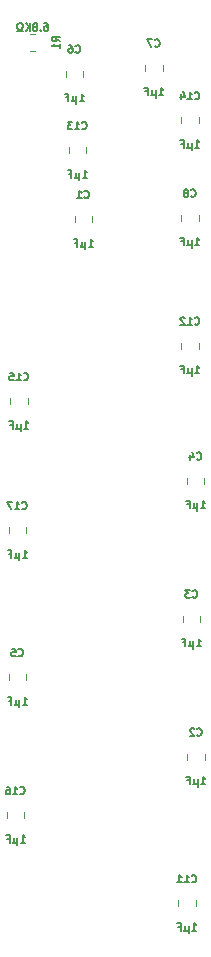
<source format=gbo>
%TF.GenerationSoftware,KiCad,Pcbnew,8.0.7*%
%TF.CreationDate,2025-01-04T14:08:15+02:00*%
%TF.ProjectId,HCP65 Instruction Code,48435036-3520-4496-9e73-747275637469,V0*%
%TF.SameCoordinates,Original*%
%TF.FileFunction,Legend,Bot*%
%TF.FilePolarity,Positive*%
%FSLAX46Y46*%
G04 Gerber Fmt 4.6, Leading zero omitted, Abs format (unit mm)*
G04 Created by KiCad (PCBNEW 8.0.7) date 2025-01-04 14:08:15*
%MOMM*%
%LPD*%
G01*
G04 APERTURE LIST*
%ADD10C,0.150000*%
%ADD11C,0.120000*%
G04 APERTURE END LIST*
D10*
X19304214Y-2087486D02*
X19334452Y-2117725D01*
X19334452Y-2117725D02*
X19425166Y-2147963D01*
X19425166Y-2147963D02*
X19485642Y-2147963D01*
X19485642Y-2147963D02*
X19576357Y-2117725D01*
X19576357Y-2117725D02*
X19636833Y-2057248D01*
X19636833Y-2057248D02*
X19667071Y-1996772D01*
X19667071Y-1996772D02*
X19697309Y-1875820D01*
X19697309Y-1875820D02*
X19697309Y-1785105D01*
X19697309Y-1785105D02*
X19667071Y-1664153D01*
X19667071Y-1664153D02*
X19636833Y-1603677D01*
X19636833Y-1603677D02*
X19576357Y-1543201D01*
X19576357Y-1543201D02*
X19485642Y-1512963D01*
X19485642Y-1512963D02*
X19425166Y-1512963D01*
X19425166Y-1512963D02*
X19334452Y-1543201D01*
X19334452Y-1543201D02*
X19304214Y-1573439D01*
X18699452Y-2147963D02*
X19062309Y-2147963D01*
X18880881Y-2147963D02*
X18880881Y-1512963D01*
X18880881Y-1512963D02*
X18941357Y-1603677D01*
X18941357Y-1603677D02*
X19001833Y-1664153D01*
X19001833Y-1664153D02*
X19062309Y-1694391D01*
X18155166Y-1724629D02*
X18155166Y-2147963D01*
X18306357Y-1482725D02*
X18457547Y-1936296D01*
X18457547Y-1936296D02*
X18064452Y-1936296D01*
X19346333Y-6254963D02*
X19709190Y-6254963D01*
X19527762Y-6254963D02*
X19527762Y-5619963D01*
X19527762Y-5619963D02*
X19588238Y-5710677D01*
X19588238Y-5710677D02*
X19648714Y-5771153D01*
X19648714Y-5771153D02*
X19709190Y-5801391D01*
X19074190Y-5831629D02*
X19074190Y-6466629D01*
X18771809Y-6164248D02*
X18741571Y-6224725D01*
X18741571Y-6224725D02*
X18681095Y-6254963D01*
X19074190Y-6164248D02*
X19043952Y-6224725D01*
X19043952Y-6224725D02*
X18983476Y-6254963D01*
X18983476Y-6254963D02*
X18862523Y-6254963D01*
X18862523Y-6254963D02*
X18802047Y-6224725D01*
X18802047Y-6224725D02*
X18771809Y-6164248D01*
X18771809Y-6164248D02*
X18771809Y-5831629D01*
X18197285Y-5922344D02*
X18408952Y-5922344D01*
X18408952Y-6254963D02*
X18408952Y-5619963D01*
X18408952Y-5619963D02*
X18106571Y-5619963D01*
X19304214Y-21174093D02*
X19334452Y-21204332D01*
X19334452Y-21204332D02*
X19425166Y-21234570D01*
X19425166Y-21234570D02*
X19485642Y-21234570D01*
X19485642Y-21234570D02*
X19576357Y-21204332D01*
X19576357Y-21204332D02*
X19636833Y-21143855D01*
X19636833Y-21143855D02*
X19667071Y-21083379D01*
X19667071Y-21083379D02*
X19697309Y-20962427D01*
X19697309Y-20962427D02*
X19697309Y-20871712D01*
X19697309Y-20871712D02*
X19667071Y-20750760D01*
X19667071Y-20750760D02*
X19636833Y-20690284D01*
X19636833Y-20690284D02*
X19576357Y-20629808D01*
X19576357Y-20629808D02*
X19485642Y-20599570D01*
X19485642Y-20599570D02*
X19425166Y-20599570D01*
X19425166Y-20599570D02*
X19334452Y-20629808D01*
X19334452Y-20629808D02*
X19304214Y-20660046D01*
X18699452Y-21234570D02*
X19062309Y-21234570D01*
X18880881Y-21234570D02*
X18880881Y-20599570D01*
X18880881Y-20599570D02*
X18941357Y-20690284D01*
X18941357Y-20690284D02*
X19001833Y-20750760D01*
X19001833Y-20750760D02*
X19062309Y-20780998D01*
X18457547Y-20660046D02*
X18427309Y-20629808D01*
X18427309Y-20629808D02*
X18366833Y-20599570D01*
X18366833Y-20599570D02*
X18215642Y-20599570D01*
X18215642Y-20599570D02*
X18155166Y-20629808D01*
X18155166Y-20629808D02*
X18124928Y-20660046D01*
X18124928Y-20660046D02*
X18094690Y-20720522D01*
X18094690Y-20720522D02*
X18094690Y-20780998D01*
X18094690Y-20780998D02*
X18124928Y-20871712D01*
X18124928Y-20871712D02*
X18487785Y-21234570D01*
X18487785Y-21234570D02*
X18094690Y-21234570D01*
X19346333Y-25341570D02*
X19709190Y-25341570D01*
X19527762Y-25341570D02*
X19527762Y-24706570D01*
X19527762Y-24706570D02*
X19588238Y-24797284D01*
X19588238Y-24797284D02*
X19648714Y-24857760D01*
X19648714Y-24857760D02*
X19709190Y-24887998D01*
X19074190Y-24918236D02*
X19074190Y-25553236D01*
X18771809Y-25250855D02*
X18741571Y-25311332D01*
X18741571Y-25311332D02*
X18681095Y-25341570D01*
X19074190Y-25250855D02*
X19043952Y-25311332D01*
X19043952Y-25311332D02*
X18983476Y-25341570D01*
X18983476Y-25341570D02*
X18862523Y-25341570D01*
X18862523Y-25341570D02*
X18802047Y-25311332D01*
X18802047Y-25311332D02*
X18771809Y-25250855D01*
X18771809Y-25250855D02*
X18771809Y-24918236D01*
X18197285Y-25008951D02*
X18408952Y-25008951D01*
X18408952Y-25341570D02*
X18408952Y-24706570D01*
X18408952Y-24706570D02*
X18106571Y-24706570D01*
X19484433Y-32604093D02*
X19514671Y-32634332D01*
X19514671Y-32634332D02*
X19605385Y-32664570D01*
X19605385Y-32664570D02*
X19665861Y-32664570D01*
X19665861Y-32664570D02*
X19756576Y-32634332D01*
X19756576Y-32634332D02*
X19817052Y-32573855D01*
X19817052Y-32573855D02*
X19847290Y-32513379D01*
X19847290Y-32513379D02*
X19877528Y-32392427D01*
X19877528Y-32392427D02*
X19877528Y-32301712D01*
X19877528Y-32301712D02*
X19847290Y-32180760D01*
X19847290Y-32180760D02*
X19817052Y-32120284D01*
X19817052Y-32120284D02*
X19756576Y-32059808D01*
X19756576Y-32059808D02*
X19665861Y-32029570D01*
X19665861Y-32029570D02*
X19605385Y-32029570D01*
X19605385Y-32029570D02*
X19514671Y-32059808D01*
X19514671Y-32059808D02*
X19484433Y-32090046D01*
X18940147Y-32241236D02*
X18940147Y-32664570D01*
X19091338Y-31999332D02*
X19242528Y-32452903D01*
X19242528Y-32452903D02*
X18849433Y-32452903D01*
X19828933Y-36771570D02*
X20191790Y-36771570D01*
X20010362Y-36771570D02*
X20010362Y-36136570D01*
X20010362Y-36136570D02*
X20070838Y-36227284D01*
X20070838Y-36227284D02*
X20131314Y-36287760D01*
X20131314Y-36287760D02*
X20191790Y-36317998D01*
X19556790Y-36348236D02*
X19556790Y-36983236D01*
X19254409Y-36680855D02*
X19224171Y-36741332D01*
X19224171Y-36741332D02*
X19163695Y-36771570D01*
X19556790Y-36680855D02*
X19526552Y-36741332D01*
X19526552Y-36741332D02*
X19466076Y-36771570D01*
X19466076Y-36771570D02*
X19345123Y-36771570D01*
X19345123Y-36771570D02*
X19284647Y-36741332D01*
X19284647Y-36741332D02*
X19254409Y-36680855D01*
X19254409Y-36680855D02*
X19254409Y-36348236D01*
X18679885Y-36438951D02*
X18891552Y-36438951D01*
X18891552Y-36771570D02*
X18891552Y-36136570D01*
X18891552Y-36136570D02*
X18589171Y-36136570D01*
X15953833Y2357513D02*
X15984071Y2327275D01*
X15984071Y2327275D02*
X16074785Y2297036D01*
X16074785Y2297036D02*
X16135261Y2297036D01*
X16135261Y2297036D02*
X16225976Y2327275D01*
X16225976Y2327275D02*
X16286452Y2387751D01*
X16286452Y2387751D02*
X16316690Y2448227D01*
X16316690Y2448227D02*
X16346928Y2569179D01*
X16346928Y2569179D02*
X16346928Y2659894D01*
X16346928Y2659894D02*
X16316690Y2780846D01*
X16316690Y2780846D02*
X16286452Y2841322D01*
X16286452Y2841322D02*
X16225976Y2901798D01*
X16225976Y2901798D02*
X16135261Y2932036D01*
X16135261Y2932036D02*
X16074785Y2932036D01*
X16074785Y2932036D02*
X15984071Y2901798D01*
X15984071Y2901798D02*
X15953833Y2871560D01*
X15742166Y2932036D02*
X15318833Y2932036D01*
X15318833Y2932036D02*
X15590976Y2297036D01*
X16298333Y-1809963D02*
X16661190Y-1809963D01*
X16479762Y-1809963D02*
X16479762Y-1174963D01*
X16479762Y-1174963D02*
X16540238Y-1265677D01*
X16540238Y-1265677D02*
X16600714Y-1326153D01*
X16600714Y-1326153D02*
X16661190Y-1356391D01*
X16026190Y-1386629D02*
X16026190Y-2021629D01*
X15723809Y-1719248D02*
X15693571Y-1779725D01*
X15693571Y-1779725D02*
X15633095Y-1809963D01*
X16026190Y-1719248D02*
X15995952Y-1779725D01*
X15995952Y-1779725D02*
X15935476Y-1809963D01*
X15935476Y-1809963D02*
X15814523Y-1809963D01*
X15814523Y-1809963D02*
X15754047Y-1779725D01*
X15754047Y-1779725D02*
X15723809Y-1719248D01*
X15723809Y-1719248D02*
X15723809Y-1386629D01*
X15149285Y-1477344D02*
X15360952Y-1477344D01*
X15360952Y-1809963D02*
X15360952Y-1174963D01*
X15360952Y-1174963D02*
X15058571Y-1174963D01*
X19050214Y-68381486D02*
X19080452Y-68411725D01*
X19080452Y-68411725D02*
X19171166Y-68441963D01*
X19171166Y-68441963D02*
X19231642Y-68441963D01*
X19231642Y-68441963D02*
X19322357Y-68411725D01*
X19322357Y-68411725D02*
X19382833Y-68351248D01*
X19382833Y-68351248D02*
X19413071Y-68290772D01*
X19413071Y-68290772D02*
X19443309Y-68169820D01*
X19443309Y-68169820D02*
X19443309Y-68079105D01*
X19443309Y-68079105D02*
X19413071Y-67958153D01*
X19413071Y-67958153D02*
X19382833Y-67897677D01*
X19382833Y-67897677D02*
X19322357Y-67837201D01*
X19322357Y-67837201D02*
X19231642Y-67806963D01*
X19231642Y-67806963D02*
X19171166Y-67806963D01*
X19171166Y-67806963D02*
X19080452Y-67837201D01*
X19080452Y-67837201D02*
X19050214Y-67867439D01*
X18445452Y-68441963D02*
X18808309Y-68441963D01*
X18626881Y-68441963D02*
X18626881Y-67806963D01*
X18626881Y-67806963D02*
X18687357Y-67897677D01*
X18687357Y-67897677D02*
X18747833Y-67958153D01*
X18747833Y-67958153D02*
X18808309Y-67988391D01*
X17840690Y-68441963D02*
X18203547Y-68441963D01*
X18022119Y-68441963D02*
X18022119Y-67806963D01*
X18022119Y-67806963D02*
X18082595Y-67897677D01*
X18082595Y-67897677D02*
X18143071Y-67958153D01*
X18143071Y-67958153D02*
X18203547Y-67988391D01*
X19092333Y-72548963D02*
X19455190Y-72548963D01*
X19273762Y-72548963D02*
X19273762Y-71913963D01*
X19273762Y-71913963D02*
X19334238Y-72004677D01*
X19334238Y-72004677D02*
X19394714Y-72065153D01*
X19394714Y-72065153D02*
X19455190Y-72095391D01*
X18820190Y-72125629D02*
X18820190Y-72760629D01*
X18517809Y-72458248D02*
X18487571Y-72518725D01*
X18487571Y-72518725D02*
X18427095Y-72548963D01*
X18820190Y-72458248D02*
X18789952Y-72518725D01*
X18789952Y-72518725D02*
X18729476Y-72548963D01*
X18729476Y-72548963D02*
X18608523Y-72548963D01*
X18608523Y-72548963D02*
X18548047Y-72518725D01*
X18548047Y-72518725D02*
X18517809Y-72458248D01*
X18517809Y-72458248D02*
X18517809Y-72125629D01*
X17943285Y-72216344D02*
X18154952Y-72216344D01*
X18154952Y-72548963D02*
X18154952Y-71913963D01*
X18154952Y-71913963D02*
X17852571Y-71913963D01*
X4699214Y-36809286D02*
X4729452Y-36839525D01*
X4729452Y-36839525D02*
X4820166Y-36869763D01*
X4820166Y-36869763D02*
X4880642Y-36869763D01*
X4880642Y-36869763D02*
X4971357Y-36839525D01*
X4971357Y-36839525D02*
X5031833Y-36779048D01*
X5031833Y-36779048D02*
X5062071Y-36718572D01*
X5062071Y-36718572D02*
X5092309Y-36597620D01*
X5092309Y-36597620D02*
X5092309Y-36506905D01*
X5092309Y-36506905D02*
X5062071Y-36385953D01*
X5062071Y-36385953D02*
X5031833Y-36325477D01*
X5031833Y-36325477D02*
X4971357Y-36265001D01*
X4971357Y-36265001D02*
X4880642Y-36234763D01*
X4880642Y-36234763D02*
X4820166Y-36234763D01*
X4820166Y-36234763D02*
X4729452Y-36265001D01*
X4729452Y-36265001D02*
X4699214Y-36295239D01*
X4094452Y-36869763D02*
X4457309Y-36869763D01*
X4275881Y-36869763D02*
X4275881Y-36234763D01*
X4275881Y-36234763D02*
X4336357Y-36325477D01*
X4336357Y-36325477D02*
X4396833Y-36385953D01*
X4396833Y-36385953D02*
X4457309Y-36416191D01*
X3882785Y-36234763D02*
X3459452Y-36234763D01*
X3459452Y-36234763D02*
X3731595Y-36869763D01*
X4741333Y-40976763D02*
X5104190Y-40976763D01*
X4922762Y-40976763D02*
X4922762Y-40341763D01*
X4922762Y-40341763D02*
X4983238Y-40432477D01*
X4983238Y-40432477D02*
X5043714Y-40492953D01*
X5043714Y-40492953D02*
X5104190Y-40523191D01*
X4469190Y-40553429D02*
X4469190Y-41188429D01*
X4166809Y-40886048D02*
X4136571Y-40946525D01*
X4136571Y-40946525D02*
X4076095Y-40976763D01*
X4469190Y-40886048D02*
X4438952Y-40946525D01*
X4438952Y-40946525D02*
X4378476Y-40976763D01*
X4378476Y-40976763D02*
X4257523Y-40976763D01*
X4257523Y-40976763D02*
X4197047Y-40946525D01*
X4197047Y-40946525D02*
X4166809Y-40886048D01*
X4166809Y-40886048D02*
X4166809Y-40553429D01*
X3592285Y-40644144D02*
X3803952Y-40644144D01*
X3803952Y-40976763D02*
X3803952Y-40341763D01*
X3803952Y-40341763D02*
X3501571Y-40341763D01*
X4546814Y-60925093D02*
X4577052Y-60955332D01*
X4577052Y-60955332D02*
X4667766Y-60985570D01*
X4667766Y-60985570D02*
X4728242Y-60985570D01*
X4728242Y-60985570D02*
X4818957Y-60955332D01*
X4818957Y-60955332D02*
X4879433Y-60894855D01*
X4879433Y-60894855D02*
X4909671Y-60834379D01*
X4909671Y-60834379D02*
X4939909Y-60713427D01*
X4939909Y-60713427D02*
X4939909Y-60622712D01*
X4939909Y-60622712D02*
X4909671Y-60501760D01*
X4909671Y-60501760D02*
X4879433Y-60441284D01*
X4879433Y-60441284D02*
X4818957Y-60380808D01*
X4818957Y-60380808D02*
X4728242Y-60350570D01*
X4728242Y-60350570D02*
X4667766Y-60350570D01*
X4667766Y-60350570D02*
X4577052Y-60380808D01*
X4577052Y-60380808D02*
X4546814Y-60411046D01*
X3942052Y-60985570D02*
X4304909Y-60985570D01*
X4123481Y-60985570D02*
X4123481Y-60350570D01*
X4123481Y-60350570D02*
X4183957Y-60441284D01*
X4183957Y-60441284D02*
X4244433Y-60501760D01*
X4244433Y-60501760D02*
X4304909Y-60531998D01*
X3397766Y-60350570D02*
X3518719Y-60350570D01*
X3518719Y-60350570D02*
X3579195Y-60380808D01*
X3579195Y-60380808D02*
X3609433Y-60411046D01*
X3609433Y-60411046D02*
X3669909Y-60501760D01*
X3669909Y-60501760D02*
X3700147Y-60622712D01*
X3700147Y-60622712D02*
X3700147Y-60864617D01*
X3700147Y-60864617D02*
X3669909Y-60925093D01*
X3669909Y-60925093D02*
X3639671Y-60955332D01*
X3639671Y-60955332D02*
X3579195Y-60985570D01*
X3579195Y-60985570D02*
X3458242Y-60985570D01*
X3458242Y-60985570D02*
X3397766Y-60955332D01*
X3397766Y-60955332D02*
X3367528Y-60925093D01*
X3367528Y-60925093D02*
X3337290Y-60864617D01*
X3337290Y-60864617D02*
X3337290Y-60713427D01*
X3337290Y-60713427D02*
X3367528Y-60652951D01*
X3367528Y-60652951D02*
X3397766Y-60622712D01*
X3397766Y-60622712D02*
X3458242Y-60592474D01*
X3458242Y-60592474D02*
X3579195Y-60592474D01*
X3579195Y-60592474D02*
X3639671Y-60622712D01*
X3639671Y-60622712D02*
X3669909Y-60652951D01*
X3669909Y-60652951D02*
X3700147Y-60713427D01*
X4588933Y-65092570D02*
X4951790Y-65092570D01*
X4770362Y-65092570D02*
X4770362Y-64457570D01*
X4770362Y-64457570D02*
X4830838Y-64548284D01*
X4830838Y-64548284D02*
X4891314Y-64608760D01*
X4891314Y-64608760D02*
X4951790Y-64638998D01*
X4316790Y-64669236D02*
X4316790Y-65304236D01*
X4014409Y-65001855D02*
X3984171Y-65062332D01*
X3984171Y-65062332D02*
X3923695Y-65092570D01*
X4316790Y-65001855D02*
X4286552Y-65062332D01*
X4286552Y-65062332D02*
X4226076Y-65092570D01*
X4226076Y-65092570D02*
X4105123Y-65092570D01*
X4105123Y-65092570D02*
X4044647Y-65062332D01*
X4044647Y-65062332D02*
X4014409Y-65001855D01*
X4014409Y-65001855D02*
X4014409Y-64669236D01*
X3439885Y-64759951D02*
X3651552Y-64759951D01*
X3651552Y-65092570D02*
X3651552Y-64457570D01*
X3651552Y-64457570D02*
X3349171Y-64457570D01*
X4396833Y-49241093D02*
X4427071Y-49271332D01*
X4427071Y-49271332D02*
X4517785Y-49301570D01*
X4517785Y-49301570D02*
X4578261Y-49301570D01*
X4578261Y-49301570D02*
X4668976Y-49271332D01*
X4668976Y-49271332D02*
X4729452Y-49210855D01*
X4729452Y-49210855D02*
X4759690Y-49150379D01*
X4759690Y-49150379D02*
X4789928Y-49029427D01*
X4789928Y-49029427D02*
X4789928Y-48938712D01*
X4789928Y-48938712D02*
X4759690Y-48817760D01*
X4759690Y-48817760D02*
X4729452Y-48757284D01*
X4729452Y-48757284D02*
X4668976Y-48696808D01*
X4668976Y-48696808D02*
X4578261Y-48666570D01*
X4578261Y-48666570D02*
X4517785Y-48666570D01*
X4517785Y-48666570D02*
X4427071Y-48696808D01*
X4427071Y-48696808D02*
X4396833Y-48727046D01*
X3822309Y-48666570D02*
X4124690Y-48666570D01*
X4124690Y-48666570D02*
X4154928Y-48968951D01*
X4154928Y-48968951D02*
X4124690Y-48938712D01*
X4124690Y-48938712D02*
X4064214Y-48908474D01*
X4064214Y-48908474D02*
X3913023Y-48908474D01*
X3913023Y-48908474D02*
X3852547Y-48938712D01*
X3852547Y-48938712D02*
X3822309Y-48968951D01*
X3822309Y-48968951D02*
X3792071Y-49029427D01*
X3792071Y-49029427D02*
X3792071Y-49180617D01*
X3792071Y-49180617D02*
X3822309Y-49241093D01*
X3822309Y-49241093D02*
X3852547Y-49271332D01*
X3852547Y-49271332D02*
X3913023Y-49301570D01*
X3913023Y-49301570D02*
X4064214Y-49301570D01*
X4064214Y-49301570D02*
X4124690Y-49271332D01*
X4124690Y-49271332D02*
X4154928Y-49241093D01*
X4741333Y-53408570D02*
X5104190Y-53408570D01*
X4922762Y-53408570D02*
X4922762Y-52773570D01*
X4922762Y-52773570D02*
X4983238Y-52864284D01*
X4983238Y-52864284D02*
X5043714Y-52924760D01*
X5043714Y-52924760D02*
X5104190Y-52954998D01*
X4469190Y-52985236D02*
X4469190Y-53620236D01*
X4166809Y-53317855D02*
X4136571Y-53378332D01*
X4136571Y-53378332D02*
X4076095Y-53408570D01*
X4469190Y-53317855D02*
X4438952Y-53378332D01*
X4438952Y-53378332D02*
X4378476Y-53408570D01*
X4378476Y-53408570D02*
X4257523Y-53408570D01*
X4257523Y-53408570D02*
X4197047Y-53378332D01*
X4197047Y-53378332D02*
X4166809Y-53317855D01*
X4166809Y-53317855D02*
X4166809Y-52985236D01*
X3592285Y-53075951D02*
X3803952Y-53075951D01*
X3803952Y-53408570D02*
X3803952Y-52773570D01*
X3803952Y-52773570D02*
X3501571Y-52773570D01*
X7905963Y2772833D02*
X7603582Y2984500D01*
X7905963Y3135690D02*
X7270963Y3135690D01*
X7270963Y3135690D02*
X7270963Y2893785D01*
X7270963Y2893785D02*
X7301201Y2833309D01*
X7301201Y2833309D02*
X7331439Y2803071D01*
X7331439Y2803071D02*
X7391915Y2772833D01*
X7391915Y2772833D02*
X7482629Y2772833D01*
X7482629Y2772833D02*
X7543105Y2803071D01*
X7543105Y2803071D02*
X7573344Y2833309D01*
X7573344Y2833309D02*
X7603582Y2893785D01*
X7603582Y2893785D02*
X7603582Y3135690D01*
X7905963Y2168071D02*
X7905963Y2530928D01*
X7905963Y2349500D02*
X7270963Y2349500D01*
X7270963Y2349500D02*
X7361677Y2409976D01*
X7361677Y2409976D02*
X7422153Y2470452D01*
X7422153Y2470452D02*
X7452391Y2530928D01*
X6600975Y4286036D02*
X6721928Y4286036D01*
X6721928Y4286036D02*
X6782404Y4255798D01*
X6782404Y4255798D02*
X6812642Y4225560D01*
X6812642Y4225560D02*
X6873118Y4134846D01*
X6873118Y4134846D02*
X6903356Y4013894D01*
X6903356Y4013894D02*
X6903356Y3771989D01*
X6903356Y3771989D02*
X6873118Y3711513D01*
X6873118Y3711513D02*
X6842880Y3681275D01*
X6842880Y3681275D02*
X6782404Y3651036D01*
X6782404Y3651036D02*
X6661451Y3651036D01*
X6661451Y3651036D02*
X6600975Y3681275D01*
X6600975Y3681275D02*
X6570737Y3711513D01*
X6570737Y3711513D02*
X6540499Y3771989D01*
X6540499Y3771989D02*
X6540499Y3923179D01*
X6540499Y3923179D02*
X6570737Y3983655D01*
X6570737Y3983655D02*
X6600975Y4013894D01*
X6600975Y4013894D02*
X6661451Y4044132D01*
X6661451Y4044132D02*
X6782404Y4044132D01*
X6782404Y4044132D02*
X6842880Y4013894D01*
X6842880Y4013894D02*
X6873118Y3983655D01*
X6873118Y3983655D02*
X6903356Y3923179D01*
X6268356Y3711513D02*
X6238118Y3681275D01*
X6238118Y3681275D02*
X6268356Y3651036D01*
X6268356Y3651036D02*
X6298594Y3681275D01*
X6298594Y3681275D02*
X6268356Y3711513D01*
X6268356Y3711513D02*
X6268356Y3651036D01*
X5875261Y4013894D02*
X5935737Y4044132D01*
X5935737Y4044132D02*
X5965975Y4074370D01*
X5965975Y4074370D02*
X5996213Y4134846D01*
X5996213Y4134846D02*
X5996213Y4165084D01*
X5996213Y4165084D02*
X5965975Y4225560D01*
X5965975Y4225560D02*
X5935737Y4255798D01*
X5935737Y4255798D02*
X5875261Y4286036D01*
X5875261Y4286036D02*
X5754308Y4286036D01*
X5754308Y4286036D02*
X5693832Y4255798D01*
X5693832Y4255798D02*
X5663594Y4225560D01*
X5663594Y4225560D02*
X5633356Y4165084D01*
X5633356Y4165084D02*
X5633356Y4134846D01*
X5633356Y4134846D02*
X5663594Y4074370D01*
X5663594Y4074370D02*
X5693832Y4044132D01*
X5693832Y4044132D02*
X5754308Y4013894D01*
X5754308Y4013894D02*
X5875261Y4013894D01*
X5875261Y4013894D02*
X5935737Y3983655D01*
X5935737Y3983655D02*
X5965975Y3953417D01*
X5965975Y3953417D02*
X5996213Y3892941D01*
X5996213Y3892941D02*
X5996213Y3771989D01*
X5996213Y3771989D02*
X5965975Y3711513D01*
X5965975Y3711513D02*
X5935737Y3681275D01*
X5935737Y3681275D02*
X5875261Y3651036D01*
X5875261Y3651036D02*
X5754308Y3651036D01*
X5754308Y3651036D02*
X5693832Y3681275D01*
X5693832Y3681275D02*
X5663594Y3711513D01*
X5663594Y3711513D02*
X5633356Y3771989D01*
X5633356Y3771989D02*
X5633356Y3892941D01*
X5633356Y3892941D02*
X5663594Y3953417D01*
X5663594Y3953417D02*
X5693832Y3983655D01*
X5693832Y3983655D02*
X5754308Y4013894D01*
X5361213Y3651036D02*
X5361213Y4286036D01*
X4998356Y3651036D02*
X5270499Y4013894D01*
X4998356Y4286036D02*
X5361213Y3923179D01*
X4756451Y3651036D02*
X4605261Y3651036D01*
X4605261Y3651036D02*
X4605261Y3771989D01*
X4605261Y3771989D02*
X4665737Y3802227D01*
X4665737Y3802227D02*
X4726213Y3862703D01*
X4726213Y3862703D02*
X4756451Y3953417D01*
X4756451Y3953417D02*
X4756451Y4104608D01*
X4756451Y4104608D02*
X4726213Y4195322D01*
X4726213Y4195322D02*
X4665737Y4255798D01*
X4665737Y4255798D02*
X4575023Y4286036D01*
X4575023Y4286036D02*
X4454070Y4286036D01*
X4454070Y4286036D02*
X4363356Y4255798D01*
X4363356Y4255798D02*
X4302880Y4195322D01*
X4302880Y4195322D02*
X4272642Y4104608D01*
X4272642Y4104608D02*
X4272642Y3953417D01*
X4272642Y3953417D02*
X4302880Y3862703D01*
X4302880Y3862703D02*
X4363356Y3802227D01*
X4363356Y3802227D02*
X4423832Y3771989D01*
X4423832Y3771989D02*
X4423832Y3651036D01*
X4423832Y3651036D02*
X4272642Y3651036D01*
X19001833Y-10342486D02*
X19032071Y-10372725D01*
X19032071Y-10372725D02*
X19122785Y-10402963D01*
X19122785Y-10402963D02*
X19183261Y-10402963D01*
X19183261Y-10402963D02*
X19273976Y-10372725D01*
X19273976Y-10372725D02*
X19334452Y-10312248D01*
X19334452Y-10312248D02*
X19364690Y-10251772D01*
X19364690Y-10251772D02*
X19394928Y-10130820D01*
X19394928Y-10130820D02*
X19394928Y-10040105D01*
X19394928Y-10040105D02*
X19364690Y-9919153D01*
X19364690Y-9919153D02*
X19334452Y-9858677D01*
X19334452Y-9858677D02*
X19273976Y-9798201D01*
X19273976Y-9798201D02*
X19183261Y-9767963D01*
X19183261Y-9767963D02*
X19122785Y-9767963D01*
X19122785Y-9767963D02*
X19032071Y-9798201D01*
X19032071Y-9798201D02*
X19001833Y-9828439D01*
X18638976Y-10040105D02*
X18699452Y-10009867D01*
X18699452Y-10009867D02*
X18729690Y-9979629D01*
X18729690Y-9979629D02*
X18759928Y-9919153D01*
X18759928Y-9919153D02*
X18759928Y-9888915D01*
X18759928Y-9888915D02*
X18729690Y-9828439D01*
X18729690Y-9828439D02*
X18699452Y-9798201D01*
X18699452Y-9798201D02*
X18638976Y-9767963D01*
X18638976Y-9767963D02*
X18518023Y-9767963D01*
X18518023Y-9767963D02*
X18457547Y-9798201D01*
X18457547Y-9798201D02*
X18427309Y-9828439D01*
X18427309Y-9828439D02*
X18397071Y-9888915D01*
X18397071Y-9888915D02*
X18397071Y-9919153D01*
X18397071Y-9919153D02*
X18427309Y-9979629D01*
X18427309Y-9979629D02*
X18457547Y-10009867D01*
X18457547Y-10009867D02*
X18518023Y-10040105D01*
X18518023Y-10040105D02*
X18638976Y-10040105D01*
X18638976Y-10040105D02*
X18699452Y-10070344D01*
X18699452Y-10070344D02*
X18729690Y-10100582D01*
X18729690Y-10100582D02*
X18759928Y-10161058D01*
X18759928Y-10161058D02*
X18759928Y-10282010D01*
X18759928Y-10282010D02*
X18729690Y-10342486D01*
X18729690Y-10342486D02*
X18699452Y-10372725D01*
X18699452Y-10372725D02*
X18638976Y-10402963D01*
X18638976Y-10402963D02*
X18518023Y-10402963D01*
X18518023Y-10402963D02*
X18457547Y-10372725D01*
X18457547Y-10372725D02*
X18427309Y-10342486D01*
X18427309Y-10342486D02*
X18397071Y-10282010D01*
X18397071Y-10282010D02*
X18397071Y-10161058D01*
X18397071Y-10161058D02*
X18427309Y-10100582D01*
X18427309Y-10100582D02*
X18457547Y-10070344D01*
X18457547Y-10070344D02*
X18518023Y-10040105D01*
X19346333Y-14509963D02*
X19709190Y-14509963D01*
X19527762Y-14509963D02*
X19527762Y-13874963D01*
X19527762Y-13874963D02*
X19588238Y-13965677D01*
X19588238Y-13965677D02*
X19648714Y-14026153D01*
X19648714Y-14026153D02*
X19709190Y-14056391D01*
X19074190Y-14086629D02*
X19074190Y-14721629D01*
X18771809Y-14419248D02*
X18741571Y-14479725D01*
X18741571Y-14479725D02*
X18681095Y-14509963D01*
X19074190Y-14419248D02*
X19043952Y-14479725D01*
X19043952Y-14479725D02*
X18983476Y-14509963D01*
X18983476Y-14509963D02*
X18862523Y-14509963D01*
X18862523Y-14509963D02*
X18802047Y-14479725D01*
X18802047Y-14479725D02*
X18771809Y-14419248D01*
X18771809Y-14419248D02*
X18771809Y-14086629D01*
X18197285Y-14177344D02*
X18408952Y-14177344D01*
X18408952Y-14509963D02*
X18408952Y-13874963D01*
X18408952Y-13874963D02*
X18106571Y-13874963D01*
X4826214Y-25873093D02*
X4856452Y-25903332D01*
X4856452Y-25903332D02*
X4947166Y-25933570D01*
X4947166Y-25933570D02*
X5007642Y-25933570D01*
X5007642Y-25933570D02*
X5098357Y-25903332D01*
X5098357Y-25903332D02*
X5158833Y-25842855D01*
X5158833Y-25842855D02*
X5189071Y-25782379D01*
X5189071Y-25782379D02*
X5219309Y-25661427D01*
X5219309Y-25661427D02*
X5219309Y-25570712D01*
X5219309Y-25570712D02*
X5189071Y-25449760D01*
X5189071Y-25449760D02*
X5158833Y-25389284D01*
X5158833Y-25389284D02*
X5098357Y-25328808D01*
X5098357Y-25328808D02*
X5007642Y-25298570D01*
X5007642Y-25298570D02*
X4947166Y-25298570D01*
X4947166Y-25298570D02*
X4856452Y-25328808D01*
X4856452Y-25328808D02*
X4826214Y-25359046D01*
X4221452Y-25933570D02*
X4584309Y-25933570D01*
X4402881Y-25933570D02*
X4402881Y-25298570D01*
X4402881Y-25298570D02*
X4463357Y-25389284D01*
X4463357Y-25389284D02*
X4523833Y-25449760D01*
X4523833Y-25449760D02*
X4584309Y-25479998D01*
X3646928Y-25298570D02*
X3949309Y-25298570D01*
X3949309Y-25298570D02*
X3979547Y-25600951D01*
X3979547Y-25600951D02*
X3949309Y-25570712D01*
X3949309Y-25570712D02*
X3888833Y-25540474D01*
X3888833Y-25540474D02*
X3737642Y-25540474D01*
X3737642Y-25540474D02*
X3677166Y-25570712D01*
X3677166Y-25570712D02*
X3646928Y-25600951D01*
X3646928Y-25600951D02*
X3616690Y-25661427D01*
X3616690Y-25661427D02*
X3616690Y-25812617D01*
X3616690Y-25812617D02*
X3646928Y-25873093D01*
X3646928Y-25873093D02*
X3677166Y-25903332D01*
X3677166Y-25903332D02*
X3737642Y-25933570D01*
X3737642Y-25933570D02*
X3888833Y-25933570D01*
X3888833Y-25933570D02*
X3949309Y-25903332D01*
X3949309Y-25903332D02*
X3979547Y-25873093D01*
X4868333Y-30040570D02*
X5231190Y-30040570D01*
X5049762Y-30040570D02*
X5049762Y-29405570D01*
X5049762Y-29405570D02*
X5110238Y-29496284D01*
X5110238Y-29496284D02*
X5170714Y-29556760D01*
X5170714Y-29556760D02*
X5231190Y-29586998D01*
X4596190Y-29617236D02*
X4596190Y-30252236D01*
X4293809Y-29949855D02*
X4263571Y-30010332D01*
X4263571Y-30010332D02*
X4203095Y-30040570D01*
X4596190Y-29949855D02*
X4565952Y-30010332D01*
X4565952Y-30010332D02*
X4505476Y-30040570D01*
X4505476Y-30040570D02*
X4384523Y-30040570D01*
X4384523Y-30040570D02*
X4324047Y-30010332D01*
X4324047Y-30010332D02*
X4293809Y-29949855D01*
X4293809Y-29949855D02*
X4293809Y-29617236D01*
X3719285Y-29707951D02*
X3930952Y-29707951D01*
X3930952Y-30040570D02*
X3930952Y-29405570D01*
X3930952Y-29405570D02*
X3628571Y-29405570D01*
X19509833Y-55972093D02*
X19540071Y-56002332D01*
X19540071Y-56002332D02*
X19630785Y-56032570D01*
X19630785Y-56032570D02*
X19691261Y-56032570D01*
X19691261Y-56032570D02*
X19781976Y-56002332D01*
X19781976Y-56002332D02*
X19842452Y-55941855D01*
X19842452Y-55941855D02*
X19872690Y-55881379D01*
X19872690Y-55881379D02*
X19902928Y-55760427D01*
X19902928Y-55760427D02*
X19902928Y-55669712D01*
X19902928Y-55669712D02*
X19872690Y-55548760D01*
X19872690Y-55548760D02*
X19842452Y-55488284D01*
X19842452Y-55488284D02*
X19781976Y-55427808D01*
X19781976Y-55427808D02*
X19691261Y-55397570D01*
X19691261Y-55397570D02*
X19630785Y-55397570D01*
X19630785Y-55397570D02*
X19540071Y-55427808D01*
X19540071Y-55427808D02*
X19509833Y-55458046D01*
X19267928Y-55458046D02*
X19237690Y-55427808D01*
X19237690Y-55427808D02*
X19177214Y-55397570D01*
X19177214Y-55397570D02*
X19026023Y-55397570D01*
X19026023Y-55397570D02*
X18965547Y-55427808D01*
X18965547Y-55427808D02*
X18935309Y-55458046D01*
X18935309Y-55458046D02*
X18905071Y-55518522D01*
X18905071Y-55518522D02*
X18905071Y-55578998D01*
X18905071Y-55578998D02*
X18935309Y-55669712D01*
X18935309Y-55669712D02*
X19298166Y-56032570D01*
X19298166Y-56032570D02*
X18905071Y-56032570D01*
X19854333Y-60139570D02*
X20217190Y-60139570D01*
X20035762Y-60139570D02*
X20035762Y-59504570D01*
X20035762Y-59504570D02*
X20096238Y-59595284D01*
X20096238Y-59595284D02*
X20156714Y-59655760D01*
X20156714Y-59655760D02*
X20217190Y-59685998D01*
X19582190Y-59716236D02*
X19582190Y-60351236D01*
X19279809Y-60048855D02*
X19249571Y-60109332D01*
X19249571Y-60109332D02*
X19189095Y-60139570D01*
X19582190Y-60048855D02*
X19551952Y-60109332D01*
X19551952Y-60109332D02*
X19491476Y-60139570D01*
X19491476Y-60139570D02*
X19370523Y-60139570D01*
X19370523Y-60139570D02*
X19310047Y-60109332D01*
X19310047Y-60109332D02*
X19279809Y-60048855D01*
X19279809Y-60048855D02*
X19279809Y-59716236D01*
X18705285Y-59806951D02*
X18916952Y-59806951D01*
X18916952Y-60139570D02*
X18916952Y-59504570D01*
X18916952Y-59504570D02*
X18614571Y-59504570D01*
X9779214Y-4627486D02*
X9809452Y-4657725D01*
X9809452Y-4657725D02*
X9900166Y-4687963D01*
X9900166Y-4687963D02*
X9960642Y-4687963D01*
X9960642Y-4687963D02*
X10051357Y-4657725D01*
X10051357Y-4657725D02*
X10111833Y-4597248D01*
X10111833Y-4597248D02*
X10142071Y-4536772D01*
X10142071Y-4536772D02*
X10172309Y-4415820D01*
X10172309Y-4415820D02*
X10172309Y-4325105D01*
X10172309Y-4325105D02*
X10142071Y-4204153D01*
X10142071Y-4204153D02*
X10111833Y-4143677D01*
X10111833Y-4143677D02*
X10051357Y-4083201D01*
X10051357Y-4083201D02*
X9960642Y-4052963D01*
X9960642Y-4052963D02*
X9900166Y-4052963D01*
X9900166Y-4052963D02*
X9809452Y-4083201D01*
X9809452Y-4083201D02*
X9779214Y-4113439D01*
X9174452Y-4687963D02*
X9537309Y-4687963D01*
X9355881Y-4687963D02*
X9355881Y-4052963D01*
X9355881Y-4052963D02*
X9416357Y-4143677D01*
X9416357Y-4143677D02*
X9476833Y-4204153D01*
X9476833Y-4204153D02*
X9537309Y-4234391D01*
X8962785Y-4052963D02*
X8569690Y-4052963D01*
X8569690Y-4052963D02*
X8781357Y-4294867D01*
X8781357Y-4294867D02*
X8690642Y-4294867D01*
X8690642Y-4294867D02*
X8630166Y-4325105D01*
X8630166Y-4325105D02*
X8599928Y-4355344D01*
X8599928Y-4355344D02*
X8569690Y-4415820D01*
X8569690Y-4415820D02*
X8569690Y-4567010D01*
X8569690Y-4567010D02*
X8599928Y-4627486D01*
X8599928Y-4627486D02*
X8630166Y-4657725D01*
X8630166Y-4657725D02*
X8690642Y-4687963D01*
X8690642Y-4687963D02*
X8872071Y-4687963D01*
X8872071Y-4687963D02*
X8932547Y-4657725D01*
X8932547Y-4657725D02*
X8962785Y-4627486D01*
X9821333Y-8794963D02*
X10184190Y-8794963D01*
X10002762Y-8794963D02*
X10002762Y-8159963D01*
X10002762Y-8159963D02*
X10063238Y-8250677D01*
X10063238Y-8250677D02*
X10123714Y-8311153D01*
X10123714Y-8311153D02*
X10184190Y-8341391D01*
X9549190Y-8371629D02*
X9549190Y-9006629D01*
X9246809Y-8704248D02*
X9216571Y-8764725D01*
X9216571Y-8764725D02*
X9156095Y-8794963D01*
X9549190Y-8704248D02*
X9518952Y-8764725D01*
X9518952Y-8764725D02*
X9458476Y-8794963D01*
X9458476Y-8794963D02*
X9337523Y-8794963D01*
X9337523Y-8794963D02*
X9277047Y-8764725D01*
X9277047Y-8764725D02*
X9246809Y-8704248D01*
X9246809Y-8704248D02*
X9246809Y-8371629D01*
X8672285Y-8462344D02*
X8883952Y-8462344D01*
X8883952Y-8794963D02*
X8883952Y-8159963D01*
X8883952Y-8159963D02*
X8581571Y-8159963D01*
X9984833Y-10444086D02*
X10015071Y-10474325D01*
X10015071Y-10474325D02*
X10105785Y-10504563D01*
X10105785Y-10504563D02*
X10166261Y-10504563D01*
X10166261Y-10504563D02*
X10256976Y-10474325D01*
X10256976Y-10474325D02*
X10317452Y-10413848D01*
X10317452Y-10413848D02*
X10347690Y-10353372D01*
X10347690Y-10353372D02*
X10377928Y-10232420D01*
X10377928Y-10232420D02*
X10377928Y-10141705D01*
X10377928Y-10141705D02*
X10347690Y-10020753D01*
X10347690Y-10020753D02*
X10317452Y-9960277D01*
X10317452Y-9960277D02*
X10256976Y-9899801D01*
X10256976Y-9899801D02*
X10166261Y-9869563D01*
X10166261Y-9869563D02*
X10105785Y-9869563D01*
X10105785Y-9869563D02*
X10015071Y-9899801D01*
X10015071Y-9899801D02*
X9984833Y-9930039D01*
X9380071Y-10504563D02*
X9742928Y-10504563D01*
X9561500Y-10504563D02*
X9561500Y-9869563D01*
X9561500Y-9869563D02*
X9621976Y-9960277D01*
X9621976Y-9960277D02*
X9682452Y-10020753D01*
X9682452Y-10020753D02*
X9742928Y-10050991D01*
X10329333Y-14611563D02*
X10692190Y-14611563D01*
X10510762Y-14611563D02*
X10510762Y-13976563D01*
X10510762Y-13976563D02*
X10571238Y-14067277D01*
X10571238Y-14067277D02*
X10631714Y-14127753D01*
X10631714Y-14127753D02*
X10692190Y-14157991D01*
X10057190Y-14188229D02*
X10057190Y-14823229D01*
X9754809Y-14520848D02*
X9724571Y-14581325D01*
X9724571Y-14581325D02*
X9664095Y-14611563D01*
X10057190Y-14520848D02*
X10026952Y-14581325D01*
X10026952Y-14581325D02*
X9966476Y-14611563D01*
X9966476Y-14611563D02*
X9845523Y-14611563D01*
X9845523Y-14611563D02*
X9785047Y-14581325D01*
X9785047Y-14581325D02*
X9754809Y-14520848D01*
X9754809Y-14520848D02*
X9754809Y-14188229D01*
X9180285Y-14278944D02*
X9391952Y-14278944D01*
X9391952Y-14611563D02*
X9391952Y-13976563D01*
X9391952Y-13976563D02*
X9089571Y-13976563D01*
X19128833Y-44288093D02*
X19159071Y-44318332D01*
X19159071Y-44318332D02*
X19249785Y-44348570D01*
X19249785Y-44348570D02*
X19310261Y-44348570D01*
X19310261Y-44348570D02*
X19400976Y-44318332D01*
X19400976Y-44318332D02*
X19461452Y-44257855D01*
X19461452Y-44257855D02*
X19491690Y-44197379D01*
X19491690Y-44197379D02*
X19521928Y-44076427D01*
X19521928Y-44076427D02*
X19521928Y-43985712D01*
X19521928Y-43985712D02*
X19491690Y-43864760D01*
X19491690Y-43864760D02*
X19461452Y-43804284D01*
X19461452Y-43804284D02*
X19400976Y-43743808D01*
X19400976Y-43743808D02*
X19310261Y-43713570D01*
X19310261Y-43713570D02*
X19249785Y-43713570D01*
X19249785Y-43713570D02*
X19159071Y-43743808D01*
X19159071Y-43743808D02*
X19128833Y-43774046D01*
X18917166Y-43713570D02*
X18524071Y-43713570D01*
X18524071Y-43713570D02*
X18735738Y-43955474D01*
X18735738Y-43955474D02*
X18645023Y-43955474D01*
X18645023Y-43955474D02*
X18584547Y-43985712D01*
X18584547Y-43985712D02*
X18554309Y-44015951D01*
X18554309Y-44015951D02*
X18524071Y-44076427D01*
X18524071Y-44076427D02*
X18524071Y-44227617D01*
X18524071Y-44227617D02*
X18554309Y-44288093D01*
X18554309Y-44288093D02*
X18584547Y-44318332D01*
X18584547Y-44318332D02*
X18645023Y-44348570D01*
X18645023Y-44348570D02*
X18826452Y-44348570D01*
X18826452Y-44348570D02*
X18886928Y-44318332D01*
X18886928Y-44318332D02*
X18917166Y-44288093D01*
X19473333Y-48455570D02*
X19836190Y-48455570D01*
X19654762Y-48455570D02*
X19654762Y-47820570D01*
X19654762Y-47820570D02*
X19715238Y-47911284D01*
X19715238Y-47911284D02*
X19775714Y-47971760D01*
X19775714Y-47971760D02*
X19836190Y-48001998D01*
X19201190Y-48032236D02*
X19201190Y-48667236D01*
X18898809Y-48364855D02*
X18868571Y-48425332D01*
X18868571Y-48425332D02*
X18808095Y-48455570D01*
X19201190Y-48364855D02*
X19170952Y-48425332D01*
X19170952Y-48425332D02*
X19110476Y-48455570D01*
X19110476Y-48455570D02*
X18989523Y-48455570D01*
X18989523Y-48455570D02*
X18929047Y-48425332D01*
X18929047Y-48425332D02*
X18898809Y-48364855D01*
X18898809Y-48364855D02*
X18898809Y-48032236D01*
X18324285Y-48122951D02*
X18535952Y-48122951D01*
X18535952Y-48455570D02*
X18535952Y-47820570D01*
X18535952Y-47820570D02*
X18233571Y-47820570D01*
X9222833Y1849513D02*
X9253071Y1819275D01*
X9253071Y1819275D02*
X9343785Y1789036D01*
X9343785Y1789036D02*
X9404261Y1789036D01*
X9404261Y1789036D02*
X9494976Y1819275D01*
X9494976Y1819275D02*
X9555452Y1879751D01*
X9555452Y1879751D02*
X9585690Y1940227D01*
X9585690Y1940227D02*
X9615928Y2061179D01*
X9615928Y2061179D02*
X9615928Y2151894D01*
X9615928Y2151894D02*
X9585690Y2272846D01*
X9585690Y2272846D02*
X9555452Y2333322D01*
X9555452Y2333322D02*
X9494976Y2393798D01*
X9494976Y2393798D02*
X9404261Y2424036D01*
X9404261Y2424036D02*
X9343785Y2424036D01*
X9343785Y2424036D02*
X9253071Y2393798D01*
X9253071Y2393798D02*
X9222833Y2363560D01*
X8678547Y2424036D02*
X8799500Y2424036D01*
X8799500Y2424036D02*
X8859976Y2393798D01*
X8859976Y2393798D02*
X8890214Y2363560D01*
X8890214Y2363560D02*
X8950690Y2272846D01*
X8950690Y2272846D02*
X8980928Y2151894D01*
X8980928Y2151894D02*
X8980928Y1909989D01*
X8980928Y1909989D02*
X8950690Y1849513D01*
X8950690Y1849513D02*
X8920452Y1819275D01*
X8920452Y1819275D02*
X8859976Y1789036D01*
X8859976Y1789036D02*
X8739023Y1789036D01*
X8739023Y1789036D02*
X8678547Y1819275D01*
X8678547Y1819275D02*
X8648309Y1849513D01*
X8648309Y1849513D02*
X8618071Y1909989D01*
X8618071Y1909989D02*
X8618071Y2061179D01*
X8618071Y2061179D02*
X8648309Y2121655D01*
X8648309Y2121655D02*
X8678547Y2151894D01*
X8678547Y2151894D02*
X8739023Y2182132D01*
X8739023Y2182132D02*
X8859976Y2182132D01*
X8859976Y2182132D02*
X8920452Y2151894D01*
X8920452Y2151894D02*
X8950690Y2121655D01*
X8950690Y2121655D02*
X8980928Y2061179D01*
X9567333Y-2317963D02*
X9930190Y-2317963D01*
X9748762Y-2317963D02*
X9748762Y-1682963D01*
X9748762Y-1682963D02*
X9809238Y-1773677D01*
X9809238Y-1773677D02*
X9869714Y-1834153D01*
X9869714Y-1834153D02*
X9930190Y-1864391D01*
X9295190Y-1894629D02*
X9295190Y-2529629D01*
X8992809Y-2227248D02*
X8962571Y-2287725D01*
X8962571Y-2287725D02*
X8902095Y-2317963D01*
X9295190Y-2227248D02*
X9264952Y-2287725D01*
X9264952Y-2287725D02*
X9204476Y-2317963D01*
X9204476Y-2317963D02*
X9083523Y-2317963D01*
X9083523Y-2317963D02*
X9023047Y-2287725D01*
X9023047Y-2287725D02*
X8992809Y-2227248D01*
X8992809Y-2227248D02*
X8992809Y-1894629D01*
X8418285Y-1985344D02*
X8629952Y-1985344D01*
X8629952Y-2317963D02*
X8629952Y-1682963D01*
X8629952Y-1682963D02*
X8327571Y-1682963D01*
D11*
%TO.C,C14*%
X18188000Y-3659748D02*
X18188000Y-4182252D01*
X19658000Y-3659748D02*
X19658000Y-4182252D01*
%TO.C,C12*%
X18188000Y-22746355D02*
X18188000Y-23268859D01*
X19658000Y-22746355D02*
X19658000Y-23268859D01*
%TO.C,C4*%
X18670600Y-34176355D02*
X18670600Y-34698859D01*
X20140600Y-34176355D02*
X20140600Y-34698859D01*
%TO.C,C7*%
X15140000Y785252D02*
X15140000Y262748D01*
X16610000Y785252D02*
X16610000Y262748D01*
%TO.C,C11*%
X17934000Y-69953748D02*
X17934000Y-70476252D01*
X19404000Y-69953748D02*
X19404000Y-70476252D01*
%TO.C,C17*%
X3583000Y-38381548D02*
X3583000Y-38904052D01*
X5053000Y-38381548D02*
X5053000Y-38904052D01*
%TO.C,C16*%
X3430600Y-62497355D02*
X3430600Y-63019859D01*
X4900600Y-62497355D02*
X4900600Y-63019859D01*
%TO.C,C5*%
X3583000Y-50813355D02*
X3583000Y-51335859D01*
X5053000Y-50813355D02*
X5053000Y-51335859D01*
%TO.C,R1*%
X5815064Y3392000D02*
X5360936Y3392000D01*
X5815064Y1922000D02*
X5360936Y1922000D01*
%TO.C,C8*%
X18188000Y-11914748D02*
X18188000Y-12437252D01*
X19658000Y-11914748D02*
X19658000Y-12437252D01*
%TO.C,C15*%
X3710000Y-27445355D02*
X3710000Y-27967859D01*
X5180000Y-27445355D02*
X5180000Y-27967859D01*
%TO.C,C2*%
X18696000Y-57544355D02*
X18696000Y-58066859D01*
X20166000Y-57544355D02*
X20166000Y-58066859D01*
%TO.C,C13*%
X8663000Y-6199748D02*
X8663000Y-6722252D01*
X10133000Y-6199748D02*
X10133000Y-6722252D01*
%TO.C,C1*%
X9171000Y-12016348D02*
X9171000Y-12538852D01*
X10641000Y-12016348D02*
X10641000Y-12538852D01*
%TO.C,C3*%
X18315000Y-45860355D02*
X18315000Y-46382859D01*
X19785000Y-45860355D02*
X19785000Y-46382859D01*
%TO.C,C6*%
X8409000Y277252D02*
X8409000Y-245252D01*
X9879000Y277252D02*
X9879000Y-245252D01*
%TD*%
M02*

</source>
